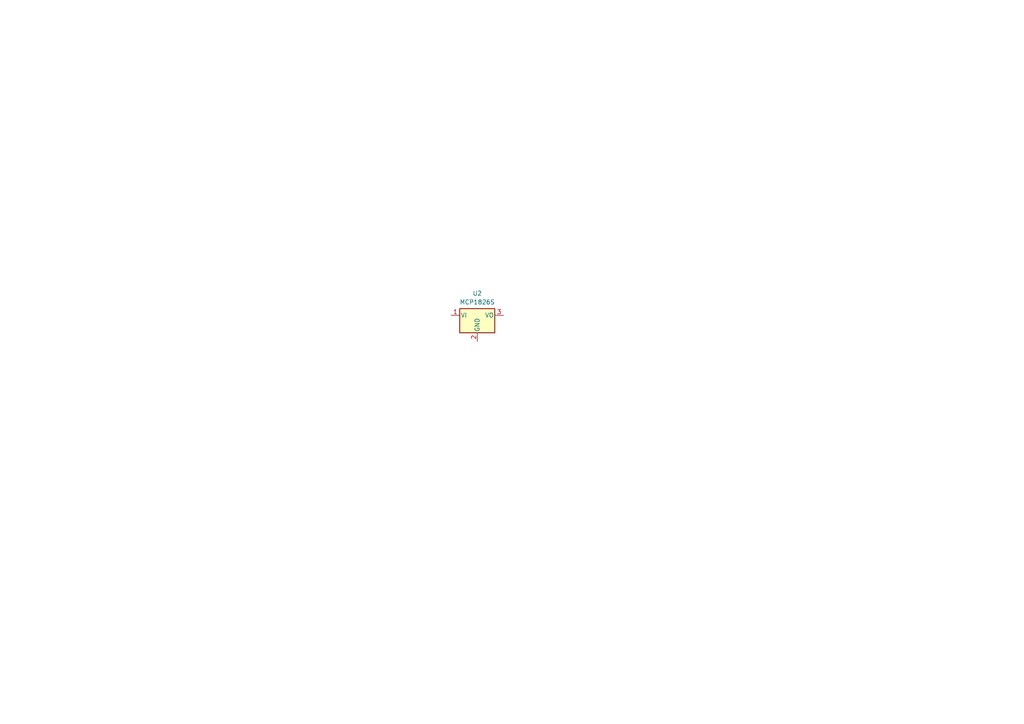
<source format=kicad_sch>
(kicad_sch (version 20231120) (generator "eeschema") (generator_version "8.0")
  (paper "A4")
  (lib_symbols
    (symbol "Regulator_Linear:MCP1826S" (pin_names (offset 0.254))
      (property "Reference" "U" (at -3.81 3.175 0))
      (property "Value" "MCP1826S" (at 0 3.175 0))
      (symbol "MCP1826S_0_1"
        (rectangle (start -5.08 1.905) (end 5.08 -5.08) (stroke (width 0.254)) (fill (type background)))
      )
      (symbol "MCP1826S_1_1"
        (pin power_in line (at -7.62 0 0) (length 2.54) (name "VI") (number "1"))
        (pin power_in line (at 0 -7.62 90) (length 2.54) (name "GND") (number "2"))
        (pin power_out line (at 7.62 0 180) (length 2.54) (name "VO") (number "3"))
      )
    )
  )
  (symbol (lib_id "Regulator_Linear:MCP1826S") (at 138.43 91.44 0) (unit 1)
    (property "Reference" "U2" (at 138.43 85.09 0))
    (property "Value" "MCP1826S" (at 138.43 87.63 0))
    (property "Datasheet" "http://ww1.microchip.com/downloads/en/DeviceDoc/22057B.pdf" (effects (hide yes)))
    (property "Description" "1000mA, Low-Voltage, Low Quiescent Current LDO Regulator, SOT-223, TO-220, TO-263" (effects (hide yes)))
  )
)
</source>
